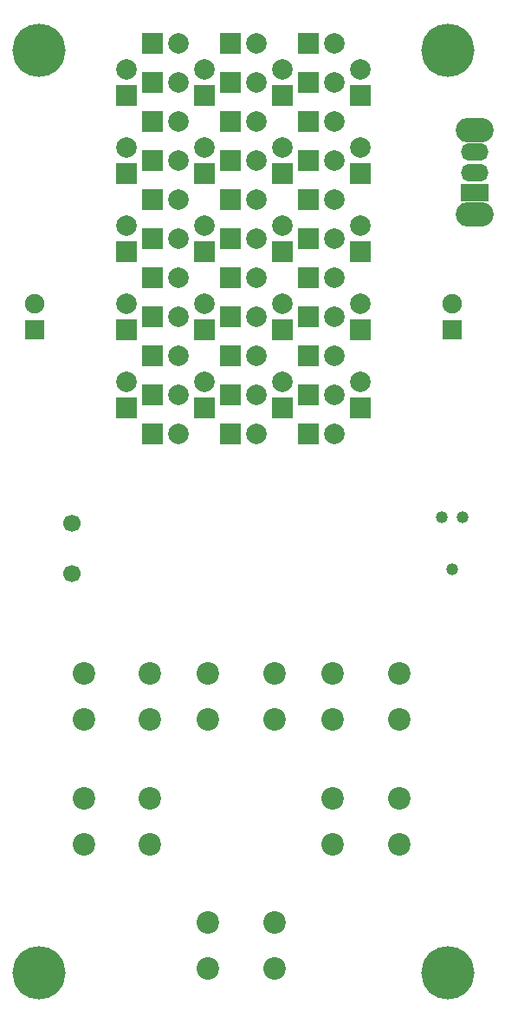
<source format=gbr>
G04 #@! TF.GenerationSoftware,KiCad,Pcbnew,(5.1.4)-1*
G04 #@! TF.CreationDate,2019-10-27T21:57:42-04:00*
G04 #@! TF.ProjectId,SplitSecondGame,53706c69-7453-4656-936f-6e6447616d65,A*
G04 #@! TF.SameCoordinates,Original*
G04 #@! TF.FileFunction,Soldermask,Bot*
G04 #@! TF.FilePolarity,Negative*
%FSLAX46Y46*%
G04 Gerber Fmt 4.6, Leading zero omitted, Abs format (unit mm)*
G04 Created by KiCad (PCBNEW (5.1.4)-1) date 2019-10-27 21:57:42*
%MOMM*%
%LPD*%
G04 APERTURE LIST*
%ADD10C,5.200000*%
%ADD11C,1.700000*%
%ADD12O,3.700000X2.400000*%
%ADD13O,2.700000X1.700000*%
%ADD14R,2.700000X1.700000*%
%ADD15O,1.900000X1.900000*%
%ADD16R,1.900000X1.900000*%
%ADD17C,1.190600*%
%ADD18C,2.200000*%
%ADD19C,2.000000*%
%ADD20R,2.000000X2.000000*%
G04 APERTURE END LIST*
D10*
X42484000Y-116120000D03*
X82484000Y-116120000D03*
X82484000Y-26120000D03*
X42484000Y-26120000D03*
D11*
X45720000Y-77143000D03*
X45720000Y-72263000D03*
D12*
X85090000Y-33905000D03*
X85090000Y-42105000D03*
D13*
X85090000Y-36005000D03*
X85090000Y-38005000D03*
D14*
X85090000Y-40005000D03*
D15*
X42054000Y-50800000D03*
D16*
X42054000Y-53340000D03*
D17*
X82914000Y-76708000D03*
X83930000Y-71628000D03*
X81898000Y-71628000D03*
D15*
X82914000Y-50800000D03*
D16*
X82914000Y-53340000D03*
D18*
X59055000Y-115720000D03*
X59055000Y-111220000D03*
X65555000Y-115720000D03*
X65555000Y-111220000D03*
X77715000Y-99060000D03*
X77715000Y-103560000D03*
X71215000Y-99060000D03*
X71215000Y-103560000D03*
X53395000Y-99060000D03*
X53395000Y-103560000D03*
X46895000Y-99060000D03*
X46895000Y-103560000D03*
X65555000Y-86900000D03*
X65555000Y-91400000D03*
X59055000Y-86900000D03*
X59055000Y-91400000D03*
X53395000Y-86900000D03*
X53395000Y-91400000D03*
X46895000Y-86900000D03*
X46895000Y-91400000D03*
X77715000Y-86900000D03*
X77715000Y-91400000D03*
X71215000Y-86900000D03*
X71215000Y-91400000D03*
D19*
X56130000Y-59690000D03*
D20*
X53590000Y-59690000D03*
D19*
X63750000Y-59690000D03*
D20*
X61210000Y-59690000D03*
D19*
X71370000Y-59690000D03*
D20*
X68830000Y-59690000D03*
D19*
X56130000Y-52070000D03*
D20*
X53590000Y-52070000D03*
D19*
X63750000Y-52070000D03*
D20*
X61210000Y-52070000D03*
D19*
X71370000Y-52070000D03*
D20*
X68830000Y-52070000D03*
D19*
X56130000Y-44450000D03*
D20*
X53590000Y-44450000D03*
D19*
X63750000Y-44450000D03*
D20*
X61210000Y-44450000D03*
D19*
X71370000Y-44450000D03*
D20*
X68830000Y-44450000D03*
D19*
X56130000Y-36830000D03*
D20*
X53590000Y-36830000D03*
D19*
X63750000Y-36830000D03*
D20*
X61210000Y-36830000D03*
D19*
X71370000Y-36830000D03*
D20*
X68830000Y-36830000D03*
D19*
X56130000Y-29210000D03*
D20*
X53590000Y-29210000D03*
D19*
X63750000Y-29210000D03*
D20*
X61210000Y-29210000D03*
D19*
X71370000Y-29210000D03*
D20*
X68830000Y-29210000D03*
D19*
X56130000Y-63500000D03*
D20*
X53590000Y-63500000D03*
D19*
X63750000Y-63500000D03*
D20*
X61210000Y-63500000D03*
D19*
X71370000Y-63500000D03*
D20*
X68830000Y-63500000D03*
D19*
X51050000Y-58420000D03*
D20*
X51050000Y-60960000D03*
D19*
X58670000Y-58420000D03*
D20*
X58670000Y-60960000D03*
D19*
X66290000Y-58420000D03*
D20*
X66290000Y-60960000D03*
D19*
X73910000Y-58420000D03*
D20*
X73910000Y-60960000D03*
D19*
X56130000Y-55880000D03*
D20*
X53590000Y-55880000D03*
D19*
X63750000Y-55880000D03*
D20*
X61210000Y-55880000D03*
D19*
X71370000Y-55880000D03*
D20*
X68830000Y-55880000D03*
D19*
X51050000Y-50800000D03*
D20*
X51050000Y-53340000D03*
D19*
X58670000Y-50800000D03*
D20*
X58670000Y-53340000D03*
D19*
X66290000Y-50800000D03*
D20*
X66290000Y-53340000D03*
D19*
X73910000Y-50800000D03*
D20*
X73910000Y-53340000D03*
D19*
X56130000Y-48260000D03*
D20*
X53590000Y-48260000D03*
D19*
X63750000Y-48260000D03*
D20*
X61210000Y-48260000D03*
D19*
X71370000Y-48260000D03*
D20*
X68830000Y-48260000D03*
D19*
X51050000Y-43180000D03*
D20*
X51050000Y-45720000D03*
D19*
X58670000Y-43180000D03*
D20*
X58670000Y-45720000D03*
D19*
X66290000Y-43180000D03*
D20*
X66290000Y-45720000D03*
D19*
X73910000Y-43180000D03*
D20*
X73910000Y-45720000D03*
D19*
X56130000Y-40640000D03*
D20*
X53590000Y-40640000D03*
D19*
X63750000Y-40640000D03*
D20*
X61210000Y-40640000D03*
D19*
X71370000Y-40640000D03*
D20*
X68830000Y-40640000D03*
D19*
X51050000Y-35560000D03*
D20*
X51050000Y-38100000D03*
D19*
X58670000Y-35560000D03*
D20*
X58670000Y-38100000D03*
D19*
X66290000Y-35560000D03*
D20*
X66290000Y-38100000D03*
D19*
X73910000Y-35560000D03*
D20*
X73910000Y-38100000D03*
D19*
X56130000Y-33020000D03*
D20*
X53590000Y-33020000D03*
D19*
X63750000Y-33020000D03*
D20*
X61210000Y-33020000D03*
D19*
X71370000Y-33020000D03*
D20*
X68830000Y-33020000D03*
D19*
X51050000Y-27940000D03*
D20*
X51050000Y-30480000D03*
D19*
X58670000Y-27940000D03*
D20*
X58670000Y-30480000D03*
D19*
X66290000Y-27940000D03*
D20*
X66290000Y-30480000D03*
D19*
X73910000Y-27940000D03*
D20*
X73910000Y-30480000D03*
D19*
X56130000Y-25400000D03*
D20*
X53590000Y-25400000D03*
D19*
X63750000Y-25400000D03*
D20*
X61210000Y-25400000D03*
D19*
X71370000Y-25400000D03*
D20*
X68830000Y-25400000D03*
M02*

</source>
